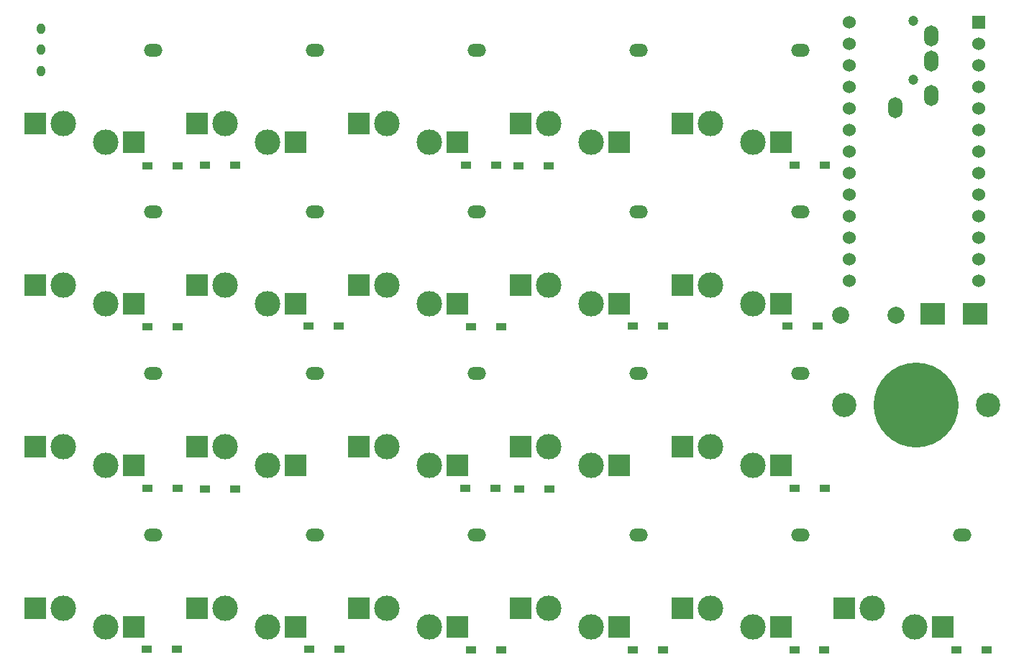
<source format=gbr>
%TF.GenerationSoftware,KiCad,Pcbnew,7.0.8*%
%TF.CreationDate,2024-10-11T08:32:43+09:00*%
%TF.ProjectId,cool642,636f6f6c-3634-4322-9e6b-696361645f70,rev?*%
%TF.SameCoordinates,Original*%
%TF.FileFunction,Soldermask,Bot*%
%TF.FilePolarity,Negative*%
%FSLAX46Y46*%
G04 Gerber Fmt 4.6, Leading zero omitted, Abs format (unit mm)*
G04 Created by KiCad (PCBNEW 7.0.8) date 2024-10-11 08:32:43*
%MOMM*%
%LPD*%
G01*
G04 APERTURE LIST*
%ADD10R,1.300000X0.950000*%
%ADD11C,3.000000*%
%ADD12O,2.200000X1.500000*%
%ADD13R,2.600000X2.600000*%
%ADD14C,2.000000*%
%ADD15C,1.200000*%
%ADD16O,1.700000X2.500000*%
%ADD17R,3.000000X2.600000*%
%ADD18O,1.000000X1.300000*%
%ADD19C,2.850000*%
%ADD20C,10.000000*%
%ADD21C,1.524000*%
%ADD22R,1.524000X1.524000*%
G04 APERTURE END LIST*
D10*
%TO.C,D14*%
X62005000Y-27590000D03*
X65555000Y-27590000D03*
%TD*%
D11*
%TO.C,SW21*%
X-5000000Y-41800000D03*
X0Y-44000000D03*
D12*
X5550000Y-33100000D03*
D13*
X-8300000Y-41800000D03*
X3300000Y-44000000D03*
%TD*%
D11*
%TO.C,SW15*%
X71200000Y-22750000D03*
X76200000Y-24950000D03*
D12*
X81750000Y-14050000D03*
D13*
X67900000Y-22750000D03*
X79500000Y-24950000D03*
%TD*%
D10*
%TO.C,D35*%
X81042500Y-65700000D03*
X84592500Y-65700000D03*
%TD*%
%TO.C,D15*%
X80215000Y-27520000D03*
X83765000Y-27520000D03*
%TD*%
D11*
%TO.C,SW33*%
X33100000Y-60850000D03*
X38100000Y-63050000D03*
D12*
X43650000Y-52150000D03*
D13*
X29800000Y-60850000D03*
X41400000Y-63050000D03*
%TD*%
D10*
%TO.C,D21*%
X4875000Y-46720000D03*
X8425000Y-46720000D03*
%TD*%
%TO.C,D13*%
X42975000Y-27660000D03*
X46525000Y-27660000D03*
%TD*%
D11*
%TO.C,SW4*%
X52150000Y-3700000D03*
X57150000Y-5900000D03*
D12*
X62700000Y5000000D03*
D13*
X48850000Y-3700000D03*
X60450000Y-5900000D03*
%TD*%
D11*
%TO.C,SW36*%
X90250000Y-60850000D03*
X95250000Y-63050000D03*
D12*
X100800000Y-52150000D03*
D13*
X86950000Y-60850000D03*
X98550000Y-63050000D03*
%TD*%
D11*
%TO.C,SW3*%
X33100000Y-3700000D03*
X38100000Y-5900000D03*
D12*
X43650000Y5000000D03*
D13*
X29800000Y-3700000D03*
X41400000Y-5900000D03*
%TD*%
D14*
%TO.C,SW41*%
X86490000Y-26300000D03*
X92990000Y-26300000D03*
%TD*%
D11*
%TO.C,SW31*%
X-5000000Y-60850000D03*
X0Y-63050000D03*
D12*
X5550000Y-52150000D03*
D13*
X-8300000Y-60850000D03*
X3300000Y-63050000D03*
%TD*%
D10*
%TO.C,D25*%
X81085000Y-46680000D03*
X84635000Y-46680000D03*
%TD*%
%TO.C,D31*%
X4825000Y-65680000D03*
X8375000Y-65680000D03*
%TD*%
%TO.C,D34*%
X62015000Y-65750000D03*
X65565000Y-65750000D03*
%TD*%
D11*
%TO.C,SW1*%
X-5000000Y-3700000D03*
X0Y-5900000D03*
D12*
X5550000Y5000000D03*
D13*
X-8300000Y-3700000D03*
X3300000Y-5900000D03*
%TD*%
D10*
%TO.C,D24*%
X48650000Y-46760000D03*
X52200000Y-46760000D03*
%TD*%
%TO.C,D12*%
X23835000Y-27550000D03*
X27385000Y-27550000D03*
%TD*%
D11*
%TO.C,SW25*%
X71200000Y-41800000D03*
X76200000Y-44000000D03*
D12*
X81750000Y-33100000D03*
D13*
X67900000Y-41800000D03*
X79500000Y-44000000D03*
%TD*%
D11*
%TO.C,SW23*%
X33100000Y-41800000D03*
X38100000Y-44000000D03*
D12*
X43650000Y-33100000D03*
D13*
X29800000Y-41800000D03*
X41400000Y-44000000D03*
%TD*%
D10*
%TO.C,D11*%
X4855000Y-27610000D03*
X8405000Y-27610000D03*
%TD*%
D11*
%TO.C,SW2*%
X14050000Y-3700000D03*
X19050000Y-5900000D03*
D12*
X24600000Y5000000D03*
D13*
X10750000Y-3700000D03*
X22350000Y-5900000D03*
%TD*%
D10*
%TO.C,D5*%
X81085000Y-8570000D03*
X84635000Y-8570000D03*
%TD*%
D11*
%TO.C,SW11*%
X-5000000Y-22750000D03*
X0Y-24950000D03*
D12*
X5550000Y-14050000D03*
D13*
X-8300000Y-22750000D03*
X3300000Y-24950000D03*
%TD*%
D11*
%TO.C,SW5*%
X71200000Y-3700000D03*
X76200000Y-5900000D03*
D12*
X81750000Y5000000D03*
D13*
X67900000Y-3700000D03*
X79500000Y-5900000D03*
%TD*%
D11*
%TO.C,SW32*%
X14050000Y-60850000D03*
X19050000Y-63050000D03*
D12*
X24600000Y-52150000D03*
D13*
X10750000Y-60850000D03*
X22350000Y-63050000D03*
%TD*%
D10*
%TO.C,D1*%
X4905000Y-8660000D03*
X8455000Y-8660000D03*
%TD*%
D11*
%TO.C,SW12*%
X14050000Y-22750000D03*
X19050000Y-24950000D03*
D12*
X24600000Y-14050000D03*
D13*
X10750000Y-22750000D03*
X22350000Y-24950000D03*
%TD*%
D10*
%TO.C,D33*%
X42975000Y-65700000D03*
X46525000Y-65700000D03*
%TD*%
%TO.C,D36*%
X100137500Y-65740000D03*
X103687500Y-65740000D03*
%TD*%
%TO.C,D23*%
X42275000Y-46660000D03*
X45825000Y-46660000D03*
%TD*%
%TO.C,D32*%
X23915000Y-65670000D03*
X27465000Y-65670000D03*
%TD*%
D11*
%TO.C,SW22*%
X14050000Y-41800000D03*
X19050000Y-44000000D03*
D12*
X24600000Y-33100000D03*
D13*
X10750000Y-41800000D03*
X22350000Y-44000000D03*
%TD*%
D11*
%TO.C,SW14*%
X52150000Y-22750000D03*
X57150000Y-24950000D03*
D12*
X62700000Y-14050000D03*
D13*
X48850000Y-22750000D03*
X60450000Y-24950000D03*
%TD*%
D10*
%TO.C,D3*%
X42370000Y-8600000D03*
X45920000Y-8600000D03*
%TD*%
%TO.C,D4*%
X48565000Y-8630000D03*
X52115000Y-8630000D03*
%TD*%
D11*
%TO.C,SW24*%
X52150000Y-41800000D03*
X57150000Y-44000000D03*
D12*
X62700000Y-33100000D03*
D13*
X48850000Y-41800000D03*
X60450000Y-44000000D03*
%TD*%
D10*
%TO.C,D22*%
X11695000Y-46740000D03*
X15245000Y-46740000D03*
%TD*%
D11*
%TO.C,SW35*%
X71200000Y-60850000D03*
X76200000Y-63050000D03*
D12*
X81750000Y-52150000D03*
D13*
X67900000Y-60850000D03*
X79500000Y-63050000D03*
%TD*%
D15*
%TO.C,J1*%
X95030000Y8460000D03*
X95030000Y1460000D03*
D16*
X92930000Y-1840000D03*
X97130000Y6660000D03*
X97130000Y3660000D03*
X97130000Y-340000D03*
%TD*%
D10*
%TO.C,D2*%
X11645000Y-8590000D03*
X15195000Y-8590000D03*
%TD*%
D11*
%TO.C,SW13*%
X33100000Y-22750000D03*
X38100000Y-24950000D03*
D12*
X43650000Y-14050000D03*
D13*
X29800000Y-22750000D03*
X41400000Y-24950000D03*
%TD*%
D11*
%TO.C,SW34*%
X52150000Y-60850000D03*
X57150000Y-63050000D03*
D12*
X62700000Y-52150000D03*
D13*
X48850000Y-60850000D03*
X60450000Y-63050000D03*
%TD*%
D17*
%TO.C,C1*%
X102320000Y-26150000D03*
X97320000Y-26150000D03*
%TD*%
D18*
%TO.C,SW42*%
X-7620000Y7520000D03*
X-7620000Y5020000D03*
X-7620000Y2520000D03*
%TD*%
D19*
%TO.C,BT1*%
X86950000Y-36900000D03*
X103850000Y-36900000D03*
D20*
X95400000Y-36900000D03*
%TD*%
D21*
%TO.C,U2*%
X87497200Y5680000D03*
X87497200Y3140000D03*
X87497200Y600000D03*
X87497200Y-1940000D03*
X87497200Y-4480000D03*
X87497200Y-7020000D03*
X87497200Y-9560000D03*
X87497200Y-12100000D03*
X87497200Y-14640000D03*
X87497200Y-17180000D03*
X87497200Y-19720000D03*
X87497200Y-22260000D03*
X102717200Y-22260000D03*
X102717200Y-19720000D03*
X102717200Y-17180000D03*
X102717200Y-14640000D03*
X102717200Y-12100000D03*
X102717200Y-9560000D03*
X102717200Y-7020000D03*
X102717200Y-4480000D03*
X102717200Y-1940000D03*
X102717200Y600000D03*
X102717200Y3140000D03*
X102717200Y5680000D03*
D22*
X102717200Y8220000D03*
D21*
X87497200Y8220000D03*
%TD*%
M02*

</source>
